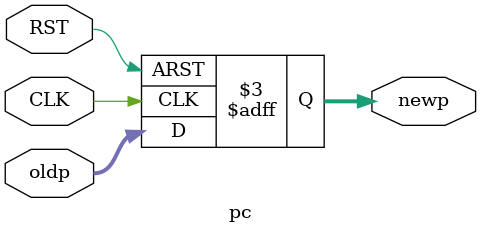
<source format=v>
`timescale 1ns / 1ps

module pc #(parameter N = 5)(input CLK, RST,					// clock signal and reset
									  input [N-1:0] oldp, 			// new address to pass in
									  output reg [N-1:0] newp);	// address to pass out

always @(posedge CLK or negedge RST)begin
	
	if(~RST) begin
		newp <= 0;		// start at address 0 when RST is low 
	end
	else begin
		newp <= oldp;  // otherwise pass in the new address
	end

end

endmodule

</source>
